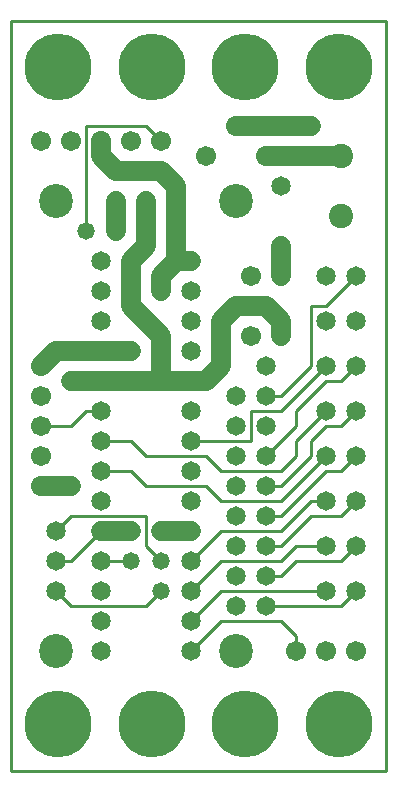
<source format=gbl>
%MOIN*%
%FSLAX25Y25*%
G04 D10 used for Character Trace; *
G04     Circle (OD=.01000) (No hole)*
G04 D11 used for Power Trace; *
G04     Circle (OD=.06700) (No hole)*
G04 D12 used for Signal Trace; *
G04     Circle (OD=.01100) (No hole)*
G04 D13 used for Via; *
G04     Circle (OD=.05800) (Round. Hole ID=.02800)*
G04 D14 used for Component hole; *
G04     Circle (OD=.06500) (Round. Hole ID=.03500)*
G04 D15 used for Component hole; *
G04     Circle (OD=.06700) (Round. Hole ID=.04300)*
G04 D16 used for Component hole; *
G04     Circle (OD=.08100) (Round. Hole ID=.05100)*
G04 D17 used for Component hole; *
G04     Circle (OD=.08900) (Round. Hole ID=.05900)*
G04 D18 used for Component hole; *
G04     Circle (OD=.11300) (Round. Hole ID=.08300)*
G04 D19 used for Component hole; *
G04     Circle (OD=.16000) (Round. Hole ID=.13000)*
G04 D20 used for Component hole; *
G04     Circle (OD=.18300) (Round. Hole ID=.15300)*
G04 D21 used for Component hole; *
G04     Circle (OD=.22291) (Round. Hole ID=.19291)*
%ADD10C,.01000*%
%ADD11C,.06700*%
%ADD12C,.01100*%
%ADD13C,.05800*%
%ADD14C,.06500*%
%ADD15C,.06700*%
%ADD16C,.08100*%
%ADD17C,.08900*%
%ADD18C,.11300*%
%ADD19C,.16000*%
%ADD20C,.18300*%
%ADD21C,.22291*%
%IPPOS*%
%LPD*%
G90*X0Y0D02*D21*X15625Y15625D03*D14*              
X30000Y40000D03*D18*X15000D03*D21*X46875Y15625D03*
D14*X30000Y50000D03*D12*X20000Y55000D02*X45000D01*
X20000D02*X15000Y60000D01*D14*D03*D12*Y70000D02*  
X20000D01*D14*X15000D03*D12*X20000D02*            
X30000Y80000D01*D14*D03*D11*X40000D01*D13*D03*D12*
X50000Y70000D02*X45000Y75000D01*D13*              
X50000Y70000D03*D12*X45000Y75000D02*Y85000D01*    
X20000D01*X15000Y80000D01*D14*D03*X30000Y70000D03*
D12*X40000D01*D13*D03*X50000Y60000D03*D12*        
X45000Y55000D01*D14*X60000Y40000D03*D12*          
X70000Y50000D01*X90000D01*X95000Y45000D01*        
Y40000D01*D15*D03*X105000D03*D12*X85000Y55000D02* 
X110000D01*D14*X85000D03*X75000Y65000D03*D12*     
X85000D02*X90000D01*D14*X85000D03*D12*            
X70000Y70000D02*X90000D01*X60000Y60000D02*        
X70000Y70000D01*D14*X60000Y60000D03*D12*Y50000D02*
X70000Y60000D01*D14*X60000Y50000D03*D12*          
X70000Y60000D02*X105000D01*D14*D03*D12*           
X110000Y55000D02*X115000Y60000D01*D14*D03*D12*    
X95000Y70000D02*X110000D01*X90000Y65000D02*       
X95000Y70000D01*X90000D02*X95000Y75000D01*        
X105000D01*D14*D03*D12*X110000Y70000D02*          
X115000Y75000D01*D14*D03*D12*X100000Y85000D02*    
X110000D01*X90000Y75000D02*X100000Y85000D01*      
X85000Y75000D02*X90000D01*D14*X85000D03*D12*      
X70000Y80000D02*X90000D01*X60000Y70000D02*        
X70000Y80000D01*D14*X60000Y70000D03*D13*          
X50000Y80000D03*D11*X60000D01*D14*D03*D12*        
X70000Y90000D02*X90000D01*X105000Y105000D01*D14*  
D03*D12*Y100000D02*X110000D01*X90000Y85000D02*    
X105000Y100000D01*X85000Y85000D02*X90000D01*D14*  
X85000D03*D12*X90000Y80000D02*X100000Y90000D01*   
X105000D01*D14*D03*D12*X110000Y85000D02*          
X115000Y90000D01*D14*D03*D12*X110000Y100000D02*   
X115000Y105000D01*D14*D03*D12*X100000Y110000D02*  
X105000Y115000D01*X100000Y105000D02*Y110000D01*   
X90000Y95000D02*X100000Y105000D01*X85000Y95000D02*
X90000D01*D14*X85000D03*D12*X70000Y100000D02*     
X90000D01*X70000D02*X65000Y105000D01*X45000D01*   
X40000Y110000D01*X30000D01*D14*D03*D12*           
X45000Y95000D02*X40000Y100000D01*X45000Y95000D02* 
X65000D01*X70000Y90000D01*D14*X75000Y85000D03*    
Y95000D03*X60000Y100000D03*Y90000D03*             
X85000Y105000D03*D12*X95000Y115000D01*Y120000D01* 
X105000Y130000D01*X110000D01*X115000Y135000D01*   
D14*D03*X105000D03*D12*X90000Y120000D01*X80000D01*
Y110000D01*X60000D01*D14*D03*Y120000D03*          
X75000Y125000D03*Y105000D03*Y115000D03*D11*       
X50000Y130000D02*X65000D01*X20000D02*X50000D01*   
D13*X20000D03*D14*X30000Y120000D03*D12*X25000D01* 
X20000Y115000D01*X10000D01*D15*D03*Y125000D03*    
Y105000D03*D14*X30000Y100000D03*D12*X40000D01*D14*
X30000Y90000D03*D13*X20000Y95000D03*D11*X10000D01*
D15*D03*D14*X30000Y60000D03*D15*X10000Y135000D03* 
D11*X15000Y140000D01*X30000D01*D14*D03*D11*       
X40000D01*D13*D03*D11*X50000Y130000D02*Y145000D01*
X40000Y155000D01*Y170000D01*X45000Y175000D01*     
Y190000D01*D13*D03*D11*X35000Y200000D02*X50000D01*
X55000Y195000D01*Y190000D01*D14*D03*D11*          
Y170000D01*X50000Y165000D01*Y160000D01*D13*D03*   
D14*X60000Y150000D03*Y170000D03*D11*X55000D01*D14*
X60000Y160000D03*D18*X75000Y190000D03*D14*        
X35000D03*D11*Y180000D01*D13*D03*D14*             
X30000Y170000D03*D13*X25000Y180000D03*D12*        
Y215000D01*X45000D01*X50000Y210000D01*D15*D03*    
X40000D03*X65000Y205000D03*D11*X35000Y200000D02*  
X30000Y205000D01*Y210000D01*D15*D03*X20000D03*D18*
X15000Y190000D03*D15*X10000Y210000D03*D21*        
X46875Y234375D03*X15625D03*D12*X0Y0D02*Y250000D01*
Y0D02*X125000D01*Y250000D01*X0D01*D15*            
X75000Y215000D03*D11*X100000D01*D13*D03*D16*      
X110000Y205000D03*D11*X85000D01*D15*D03*D14*      
X90000Y195000D03*D16*X110000Y185000D03*D21*       
X109375Y234375D03*X78125D03*D14*X90000Y175000D03* 
D11*Y165000D01*D14*D03*D12*X100000Y135000D02*     
Y155000D01*X90000Y125000D02*X100000Y135000D01*    
X85000Y125000D02*X90000D01*D14*X85000D03*         
Y135000D03*Y115000D03*D11*X65000Y130000D02*       
X70000Y135000D01*Y150000D01*X75000Y155000D01*     
X80000D01*D15*D03*D11*X85000D01*X90000Y150000D01* 
Y145000D01*D14*D03*D12*X100000Y155000D02*         
X105000D01*X115000Y165000D01*D14*D03*X105000D03*  
Y150000D03*X115000D03*D15*X80000Y165000D03*       
Y145000D03*D14*X105000Y120000D03*D12*             
X95000Y110000D01*Y105000D01*X90000Y100000D01*     
X105000Y115000D02*X110000D01*X115000Y120000D01*   
D14*D03*X75000Y75000D03*X60000Y140000D03*         
X75000Y55000D03*D18*Y40000D03*D15*X115000D03*D14* 
X30000Y160000D03*Y150000D03*D21*X78125Y15625D03*  
X109375D03*M02*                                   

</source>
